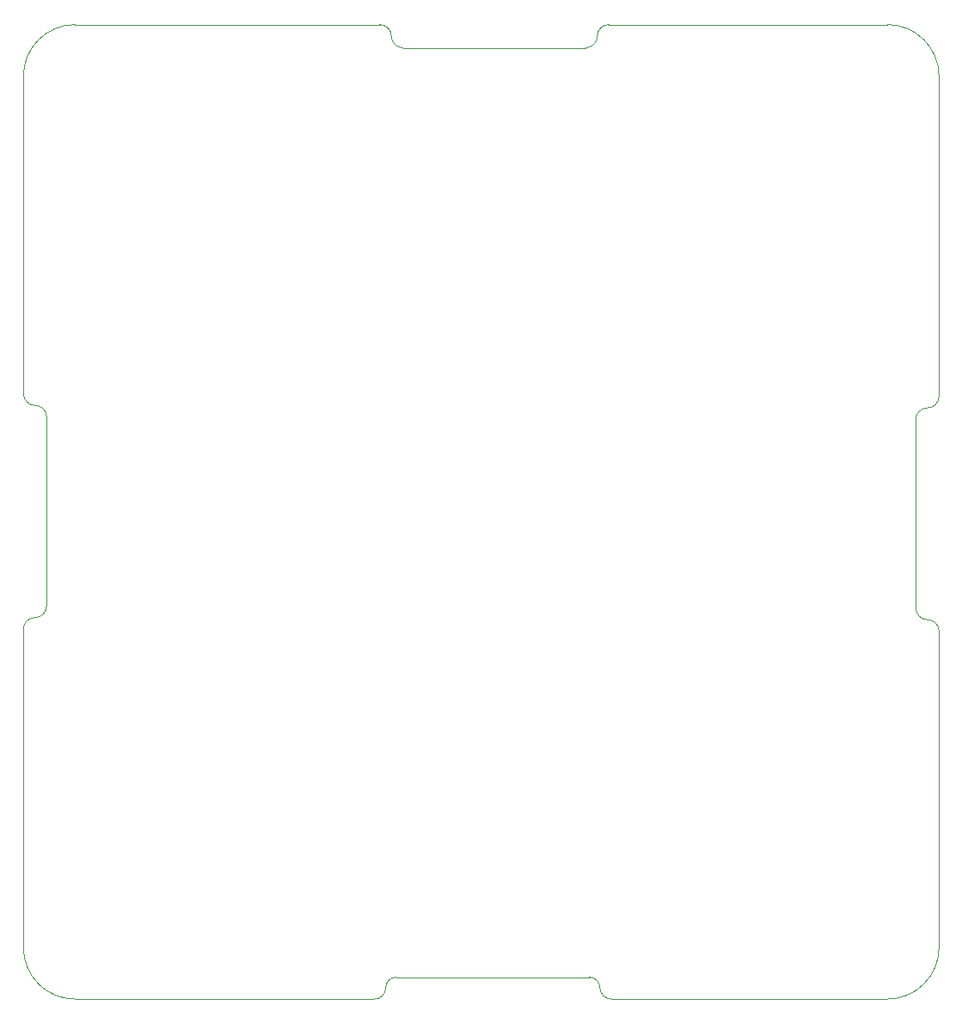
<source format=gm1>
G04 #@! TF.GenerationSoftware,KiCad,Pcbnew,(6.0.7)*
G04 #@! TF.CreationDate,2022-12-20T16:10:49-05:00*
G04 #@! TF.ProjectId,obc-db,6f62632d-6462-42e6-9b69-6361645f7063,rev?*
G04 #@! TF.SameCoordinates,Original*
G04 #@! TF.FileFunction,Profile,NP*
%FSLAX46Y46*%
G04 Gerber Fmt 4.6, Leading zero omitted, Abs format (unit mm)*
G04 Created by KiCad (PCBNEW (6.0.7)) date 2022-12-20 16:10:49*
%MOMM*%
%LPD*%
G01*
G04 APERTURE LIST*
G04 #@! TA.AperFunction,Profile*
%ADD10C,0.100000*%
G04 #@! TD*
G04 APERTURE END LIST*
D10*
X114300000Y-46990000D02*
G75*
G03*
X109220000Y-52070000I0J-5080000D01*
G01*
X145461200Y-48133000D02*
G75*
G03*
X144318223Y-46990000I-1143000J0D01*
G01*
X199390000Y-83566000D02*
X199390000Y-52070000D01*
X111506000Y-85598000D02*
G75*
G03*
X110363000Y-84455000I-1143000J0D01*
G01*
X110363000Y-105329200D02*
G75*
G03*
X109220000Y-106472223I0J-1143000D01*
G01*
X146604223Y-49276000D02*
X164592000Y-49276000D01*
X194310000Y-142875000D02*
G75*
G03*
X199390000Y-137795000I0J5080000D01*
G01*
X198247000Y-84709000D02*
G75*
G03*
X199390000Y-83566000I0J1143000D01*
G01*
X114300000Y-46990000D02*
X144318223Y-46990000D01*
X109220000Y-106472223D02*
X109220000Y-137795000D01*
X164592000Y-49276000D02*
G75*
G03*
X165735000Y-48133000I0J1143000D01*
G01*
X198247000Y-84709000D02*
G75*
G03*
X197104000Y-85852000I0J-1143000D01*
G01*
X166878000Y-46990000D02*
G75*
G03*
X165735000Y-48133000I0J-1143000D01*
G01*
X166878000Y-46990000D02*
X194310000Y-46990000D01*
X165989000Y-141732000D02*
G75*
G03*
X167132000Y-142875000I1143000J0D01*
G01*
X197104000Y-104394000D02*
G75*
G03*
X198247000Y-105537000I1143000J0D01*
G01*
X167132000Y-142875000D02*
X194310000Y-142875000D01*
X197104000Y-104394000D02*
X197104000Y-85852000D01*
X199390000Y-137795000D02*
X199390000Y-106680000D01*
X114300000Y-142875000D02*
X143764000Y-142875000D01*
X145923000Y-140716000D02*
X164973000Y-140716000D01*
X145923000Y-140716000D02*
G75*
G03*
X144907000Y-141732000I0J-1016000D01*
G01*
X165989000Y-141732000D02*
G75*
G03*
X164973000Y-140716000I-1016000J0D01*
G01*
X143764000Y-142875000D02*
G75*
G03*
X144907000Y-141732000I0J1143000D01*
G01*
X199390000Y-106680000D02*
G75*
G03*
X198247000Y-105537000I-1143000J0D01*
G01*
X145461200Y-48133000D02*
G75*
G03*
X146604223Y-49276000I1143000J0D01*
G01*
X111506000Y-85598000D02*
X111506000Y-104186223D01*
X110363000Y-105329200D02*
G75*
G03*
X111506000Y-104186223I0J1143000D01*
G01*
X109220000Y-52070000D02*
X109220000Y-83312000D01*
X109220000Y-137795000D02*
G75*
G03*
X114300000Y-142875000I5080000J0D01*
G01*
X199390000Y-52070000D02*
G75*
G03*
X194310000Y-46990000I-5080000J0D01*
G01*
X109220000Y-83312000D02*
G75*
G03*
X110363000Y-84455000I1143000J0D01*
G01*
M02*

</source>
